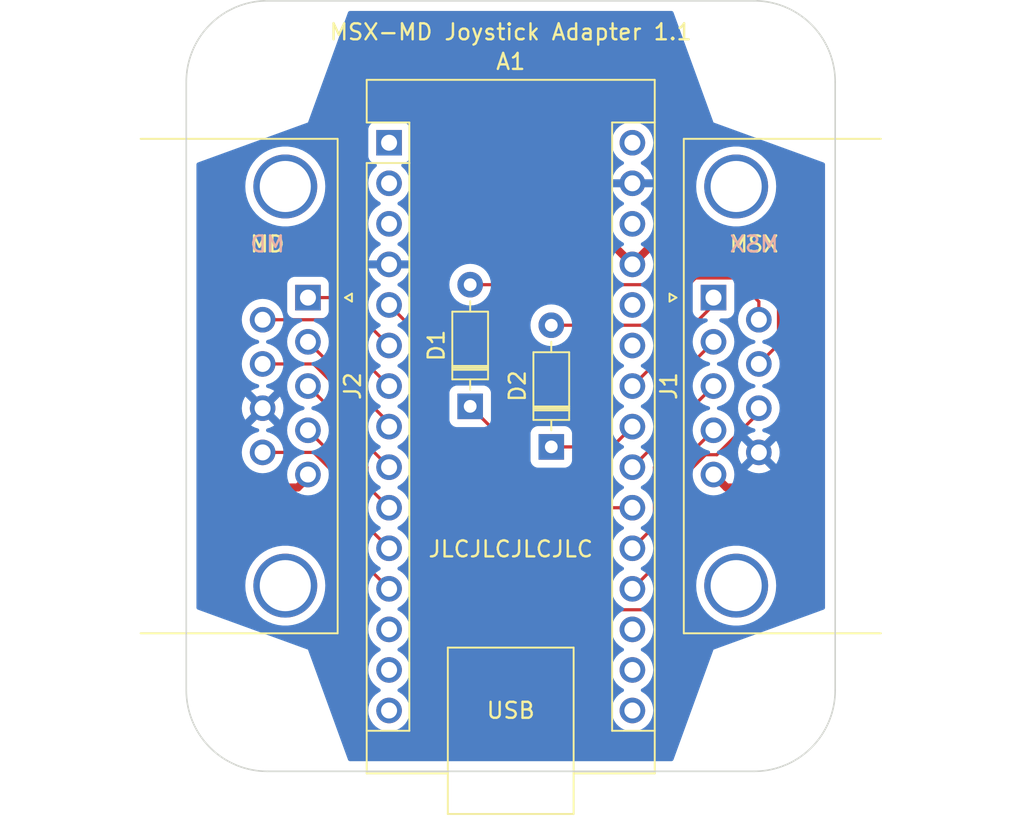
<source format=kicad_pcb>
(kicad_pcb (version 20221018) (generator pcbnew)
  (layers (0 "F.Cu" signal) (31 "B.Cu" signal) (34 "B.Paste" user) (35 "F.Paste" user) (36 "B.SilkS" user "B.Silkscreen") (37 "F.SilkS" user "F.Silkscreen") (38 "B.Mask" user) (39 "F.Mask" user) (44 "Edge.Cuts" user))
  (net 0 "")
  (net 4 "GND")
  (net 5 "Net-(A1-D2)")
  (net 6 "Net-(A1-D3)")
  (net 7 "Net-(A1-D4)")
  (net 8 "Net-(A1-D5)")
  (net 9 "Net-(A1-D6)")
  (net 10 "Net-(A1-D7)")
  (net 11 "Net-(A1-D8)")
  (net 12 "Net-(A1-D9)")
  (net 19 "Net-(A1-A0)")
  (net 20 "Net-(A1-A1)")
  (net 21 "Net-(A1-A2)")
  (net 22 "Net-(A1-A3)")
  (net 23 "Net-(A1-A4)")
  (net 24 "Net-(A1-A5)")
  (net 27 "+5V")
  (net 30 "Net-(D1-A)")
  (net 31 "Net-(D2-A)")
  (footprint "Connector_Dsub:DSUB-9_Male_Horizontal_P2.77x2.84mm_EdgePinOffset7.70mm_Housed_MountingHolesOffset9.12mm" (layer "F.Cu") (at 114.3 70.66 -90)
    (fp_text reference "J2" (at 5.54 -2.8 90) (layer "F.SilkS"))
    (fp_text value "DE9_Plug_MountingHoles")
    (fp_line (start -9.945 -1.86) (end 21.025 -1.86) (stroke (width 0.12)) (layer "F.SilkS"))
    (fp_line (start -9.945 10.48) (end -9.945 -1.86) (stroke (width 0.12)) (layer "F.SilkS"))
    (fp_line (start -0.25 -2.754338) (end 0.25 -2.754338) (stroke (width 0.12)) (layer "F.SilkS"))
    (fp_line (start 0 -2.321325) (end -0.25 -2.754338) (stroke (width 0.12)) (layer "F.SilkS"))
    (fp_line (start 0.25 -2.754338) (end 0 -2.321325) (stroke (width 0.12)) (layer "F.SilkS"))
    (fp_line (start 21.025 -1.86) (end 21.025 10.48) (stroke (width 0.12)) (layer "F.SilkS"))
    (pad "0" thru_hole circle (at -6.96 1.42 270) (size 4 4) (drill 3.2) (layers "*.Cu" "*.Mask"))
    (pad "0" thru_hole circle (at 18.04 1.42 270) (size 4 4) (drill 3.2) (layers "*.Cu" "*.Mask"))
    (pad "1" thru_hole rect (at 0 0 270) (size 1.6 1.6) (drill 1) (layers "*.Cu" "*.Mask") (net 6 "Net-(A1-D3)"))
    (pad "2" thru_hole circle (at 2.77 0 270) (size 1.6 1.6) (drill 1) (layers "*.Cu" "*.Mask") (net 8 "Net-(A1-D5)"))
    (pad "3" thru_hole circle (at 5.54 0 270) (size 1.6 1.6) (drill 1) (layers "*.Cu" "*.Mask") (net 10 "Net-(A1-D7)"))
    (pad "4" thru_hole circle (at 8.31 0 270) (size 1.6 1.6) (drill 1) (layers "*.Cu" "*.Mask") (net 11 "Net-(A1-D8)"))
    (pad "5" thru_hole circle (at 11.08 0 270) (size 1.6 1.6) (drill 1) (layers "*.Cu" "*.Mask") (net 27 "+5V"))
    (pad "6" thru_hole circle (at 1.385 2.84 270) (size 1.6 1.6) (drill 1) (layers "*.Cu" "*.Mask") (net 7 "Net-(A1-D4)"))
    (pad "7" thru_hole circle (at 4.155 2.84 270) (size 1.6 1.6) (drill 1) (layers "*.Cu" "*.Mask") (net 9 "Net-(A1-D6)"))
    (pad "8" thru_hole circle (at 6.925 2.84 270) (size 1.6 1.6) (drill 1) (layers "*.Cu" "*.Mask") (net 4 "GND"))
    (pad "9" thru_hole circle (at 9.695 2.84 270) (size 1.6 1.6) (drill 1) (layers "*.Cu" "*.Mask") (net 12 "Net-(A1-D9)"))
  )
  (footprint "MountingHole:MountingHole_3.2mm_M3" (layer "F.Cu") (at 143.51 55.88)
    (fp_text reference "H2" hide)
    (fp_text value "MountingHole")
    (pad "" np_thru_hole circle (at 0 0) (size 3.2 3.2) (drill 3.2) (layers "*.Cu" "*.Mask"))
  )
  (footprint "Module:Arduino_Nano" (layer "F.Cu") (at 119.38 60.96)
    (fp_text reference "A1" (at 7.62 -5.08) (layer "F.SilkS"))
    (fp_text value "Arduino_Nano_v3.x")
    (fp_text user "USB" (at 7.62 35.56 unlocked) (layer "F.SilkS"))
    (fp_line (start -1.4 -3.94) (end -1.4 -1.27) (stroke (width 0.12)) (layer "F.SilkS"))
    (fp_line (start -1.4 1.27) (end -1.4 39.5) (stroke (width 0.12)) (layer "F.SilkS"))
    (fp_line (start -1.4 39.5) (end 3.68 39.5) (stroke (width 0.12)) (layer "F.SilkS"))
    (fp_line (start 1.27 -1.27) (end -1.4 -1.27) (stroke (width 0.12)) (layer "F.SilkS"))
    (fp_line (start 1.27 1.27) (end -1.4 1.27) (stroke (width 0.12)) (layer "F.SilkS"))
    (fp_line (start 1.27 1.27) (end 1.27 -1.27) (stroke (width 0.12)) (layer "F.SilkS"))
    (fp_line (start 1.27 1.27) (end 1.27 36.83) (stroke (width 0.12)) (layer "F.SilkS"))
    (fp_line (start 1.27 36.83) (end -1.4 36.83) (stroke (width 0.12)) (layer "F.SilkS"))
    (fp_line (start 3.68 31.62) (end 11.56 31.62) (stroke (width 0.12)) (layer "F.SilkS"))
    (fp_line (start 3.68 42.04) (end 3.68 31.62) (stroke (width 0.12)) (layer "F.SilkS"))
    (fp_line (start 11.56 31.62) (end 11.56 42.04) (stroke (width 0.12)) (layer "F.SilkS"))
    (fp_line (start 11.56 42.04) (end 3.68 42.04) (stroke (width 0.12)) (layer "F.SilkS"))
    (fp_line (start 13.97 -1.27) (end 13.97 36.83) (stroke (width 0.12)) (layer "F.SilkS"))
    (fp_line (start 13.97 -1.27) (end 16.64 -1.27) (stroke (width 0.12)) (layer "F.SilkS"))
    (fp_line (start 13.97 36.83) (end 16.64 36.83) (stroke (width 0.12)) (layer "F.SilkS"))
    (fp_line (start 16.64 -3.94) (end -1.4 -3.94) (stroke (width 0.12)) (layer "F.SilkS"))
    (fp_line (start 16.64 39.5) (end 11.56 39.5) (stroke (width 0.12)) (layer "F.SilkS"))
    (fp_line (start 16.64 39.5) (end 16.64 -3.94) (stroke (width 0.12)) (layer "F.SilkS"))
    (pad "1" thru_hole rect (at 0 0) (size 1.6 1.6) (drill 1) (layers "*.Cu" "*.Mask"))
    (pad "2" thru_hole oval (at 0 2.54) (size 1.6 1.6) (drill 1) (layers "*.Cu" "*.Mask"))
    (pad "3" thru_hole oval (at 0 5.08) (size 1.6 1.6) (drill 1) (layers "*.Cu" "*.Mask"))
    (pad "4" thru_hole oval (at 0 7.62) (size 1.6 1.6) (drill 1) (layers "*.Cu" "*.Mask") (net 4 "GND"))
    (pad "5" thru_hole oval (at 0 10.16) (size 1.6 1.6) (drill 1) (layers "*.Cu" "*.Mask") (net 5 "Net-(A1-D2)"))
    (pad "6" thru_hole oval (at 0 12.7) (size 1.6 1.6) (drill 1) (layers "*.Cu" "*.Mask") (net 6 "Net-(A1-D3)"))
    (pad "7" thru_hole oval (at 0 15.24) (size 1.6 1.6) (drill 1) (layers "*.Cu" "*.Mask") (net 7 "Net-(A1-D4)"))
    (pad "8" thru_hole oval (at 0 17.78) (size 1.6 1.6) (drill 1) (layers "*.Cu" "*.Mask") (net 8 "Net-(A1-D5)"))
    (pad "9" thru_hole oval (at 0 20.32) (size 1.6 1.6) (drill 1) (layers "*.Cu" "*.Mask") (net 9 "Net-(A1-D6)"))
    (pad "10" thru_hole oval (at 0 22.86) (size 1.6 1.6) (drill 1) (layers "*.Cu" "*.Mask") (net 10 "Net-(A1-D7)"))
    (pad "11" thru_hole oval (at 0 25.4) (size 1.6 1.6) (drill 1) (layers "*.Cu" "*.Mask") (net 11 "Net-(A1-D8)"))
    (pad "12" thru_hole oval (at 0 27.94) (size 1.6 1.6) (drill 1) (layers "*.Cu" "*.Mask") (net 12 "Net-(A1-D9)"))
    (pad "13" thru_hole oval (at 0 30.48) (size 1.6 1.6) (drill 1) (layers "*.Cu" "*.Mask"))
    (pad "14" thru_hole oval (at 0 33.02) (size 1.6 1.6) (drill 1) (layers "*.Cu" "*.Mask"))
    (pad "15" thru_hole oval (at 0 35.56) (size 1.6 1.6) (drill 1) (layers "*.Cu" "*.Mask"))
    (pad "16" thru_hole oval (at 15.24 35.56) (size 1.6 1.6) (drill 1) (layers "*.Cu" "*.Mask"))
    (pad "17" thru_hole oval (at 15.24 33.02) (size 1.6 1.6) (drill 1) (layers "*.Cu" "*.Mask"))
    (pad "18" thru_hole oval (at 15.24 30.48) (size 1.6 1.6) (drill 1) (layers "*.Cu" "*.Mask"))
    (pad "19" thru_hole oval (at 15.24 27.94) (size 1.6 1.6) (drill 1) (layers "*.Cu" "*.Mask") (net 19 "Net-(A1-A0)"))
    (pad "20" thru_hole oval (at 15.24 25.4) (size 1.6 1.6) (drill 1) (layers "*.Cu" "*.Mask") (net 20 "Net-(A1-A1)"))
    (pad "21" thru_hole oval (at 15.24 22.86) (size 1.6 1.6) (drill 1) (layers "*.Cu" "*.Mask") (net 21 "Net-(A1-A2)"))
    (pad "22" thru_hole oval (at 15.24 20.32) (size 1.6 1.6) (drill 1) (layers "*.Cu" "*.Mask") (net 22 "Net-(A1-A3)"))
    (pad "23" thru_hole oval (at 15.24 17.78) (size 1.6 1.6) (drill 1) (layers "*.Cu" "*.Mask") (net 23 "Net-(A1-A4)"))
    (pad "24" thru_hole oval (at 15.24 15.24) (size 1.6 1.6) (drill 1) (layers "*.Cu" "*.Mask") (net 24 "Net-(A1-A5)"))
    (pad "25" thru_hole oval (at 15.24 12.7) (size 1.6 1.6) (drill 1) (layers "*.Cu" "*.Mask"))
    (pad "26" thru_hole oval (at 15.24 10.16) (size 1.6 1.6) (drill 1) (layers "*.Cu" "*.Mask"))
    (pad "27" thru_hole oval (at 15.24 7.62) (size 1.6 1.6) (drill 1) (layers "*.Cu" "*.Mask") (net 27 "+5V"))
    (pad "28" thru_hole oval (at 15.24 5.08) (size 1.6 1.6) (drill 1) (layers "*.Cu" "*.Mask"))
    (pad "29" thru_hole oval (at 15.24 2.54) (size 1.6 1.6) (drill 1) (layers "*.Cu" "*.Mask") (net 4 "GND"))
    (pad "30" thru_hole oval (at 15.24 0) (size 1.6 1.6) (drill 1) (layers "*.Cu" "*.Mask"))
  )
  (footprint "Diode_THT:D_DO-35_SOD27_P7.62mm_Horizontal" (layer "F.Cu") (at 124.46 77.47 90)
    (fp_text reference "D1" (at 3.81 -2.12 90) (layer "F.SilkS"))
    (fp_text value "BAT85")
    (fp_line (start 1.04 0) (end 1.69 0) (stroke (width 0.12)) (layer "F.SilkS"))
    (fp_line (start 1.69 -1.12) (end 1.69 1.12) (stroke (width 0.12)) (layer "F.SilkS"))
    (fp_line (start 1.69 1.12) (end 5.93 1.12) (stroke (width 0.12)) (layer "F.SilkS"))
    (fp_line (start 2.29 -1.12) (end 2.29 1.12) (stroke (width 0.12)) (layer "F.SilkS"))
    (fp_line (start 2.41 -1.12) (end 2.41 1.12) (stroke (width 0.12)) (layer "F.SilkS"))
    (fp_line (start 2.53 -1.12) (end 2.53 1.12) (stroke (width 0.12)) (layer "F.SilkS"))
    (fp_line (start 5.93 -1.12) (end 1.69 -1.12) (stroke (width 0.12)) (layer "F.SilkS"))
    (fp_line (start 5.93 1.12) (end 5.93 -1.12) (stroke (width 0.12)) (layer "F.SilkS"))
    (fp_line (start 6.58 0) (end 5.93 0) (stroke (width 0.12)) (layer "F.SilkS"))
    (pad "1" thru_hole rect (at 0 0 90) (size 1.6 1.6) (drill 0.8) (layers "*.Cu" "*.Mask") (net 21 "Net-(A1-A2)"))
    (pad "2" thru_hole oval (at 7.62 0 90) (size 1.6 1.6) (drill 0.8) (layers "*.Cu" "*.Mask") (net 30 "Net-(D1-A)"))
  )
  (footprint "MountingHole:MountingHole_3.2mm_M3" (layer "F.Cu") (at 143.51 96.52)
    (fp_text reference "H4" hide)
    (fp_text value "MountingHole")
    (pad "" np_thru_hole circle (at 0 0) (size 3.2 3.2) (drill 3.2) (layers "*.Cu" "*.Mask"))
  )
  (footprint "Connector_Dsub:DSUB-9_Female_Horizontal_P2.77x2.84mm_EdgePinOffset7.70mm_Housed_MountingHolesOffset9.12mm" (layer "F.Cu") (at 139.7 70.66 90)
    (fp_text reference "J1" (at -5.54 -2.8 90) (layer "F.SilkS"))
    (fp_text value "DE9_Receptacle_MountingHoles")
    (fp_line (start -21.025 -1.86) (end 9.945 -1.86) (stroke (width 0.12)) (layer "F.SilkS"))
    (fp_line (start -21.025 10.48) (end -21.025 -1.86) (stroke (width 0.12)) (layer "F.SilkS"))
    (fp_line (start -0.25 -2.754338) (end 0.25 -2.754338) (stroke (width 0.12)) (layer "F.SilkS"))
    (fp_line (start 0 -2.321325) (end -0.25 -2.754338) (stroke (width 0.12)) (layer "F.SilkS"))
    (fp_line (start 0.25 -2.754338) (end 0 -2.321325) (stroke (width 0.12)) (layer "F.SilkS"))
    (fp_line (start 9.945 -1.86) (end 9.945 10.48) (stroke (width 0.12)) (layer "F.SilkS"))
    (pad "0" thru_hole circle (at -18.04 1.42 90) (size 4 4) (drill 3.2) (layers "*.Cu" "*.Mask"))
    (pad "0" thru_hole circle (at 6.96 1.42 90) (size 4 4) (drill 3.2) (layers "*.Cu" "*.Mask"))
    (pad "1" thru_hole rect (at 0 0 90) (size 1.6 1.6) (drill 1) (layers "*.Cu" "*.Mask") (net 24 "Net-(A1-A5)"))
    (pad "2" thru_hole circle (at -2.77 0 90) (size 1.6 1.6) (drill 1) (layers "*.Cu" "*.Mask") (net 22 "Net-(A1-A3)"))
    (pad "3" thru_hole circle (at -5.54 0 90) (size 1.6 1.6) (drill 1) (layers "*.Cu" "*.Mask") (net 20 "Net-(A1-A1)"))
    (pad "4" thru_hole circle (at -8.31 0 90) (size 1.6 1.6) (drill 1) (layers "*.Cu" "*.Mask") (net 19 "Net-(A1-A0)"))
    (pad "5" thru_hole circle (at -11.08 0 90) (size 1.6 1.6) (drill 1) (layers "*.Cu" "*.Mask") (net 27 "+5V"))
    (pad "6" thru_hole circle (at -1.385 2.84 90) (size 1.6 1.6) (drill 1) (layers "*.Cu" "*.Mask") (net 31 "Net-(D2-A)"))
    (pad "7" thru_hole circle (at -4.155 2.84 90) (size 1.6 1.6) (drill 1) (layers "*.Cu" "*.Mask") (net 30 "Net-(D1-A)"))
    (pad "8" thru_hole circle (at -6.925 2.84 90) (size 1.6 1.6) (drill 1) (layers "*.Cu" "*.Mask") (net 5 "Net-(A1-D2)"))
    (pad "9" thru_hole circle (at -9.695 2.84 90) (size 1.6 1.6) (drill 1) (layers "*.Cu" "*.Mask") (net 4 "GND"))
  )
  (footprint "MountingHole:MountingHole_3.2mm_M3" (layer "F.Cu") (at 110.49 55.88)
    (fp_text reference "H1" hide)
    (fp_text value "MountingHole")
    (pad "" np_thru_hole circle (at 0 0) (size 3.2 3.2) (drill 3.2) (layers "*.Cu" "*.Mask"))
  )
  (footprint "MountingHole:MountingHole_3.2mm_M3" (layer "F.Cu") (at 110.49 96.52)
    (fp_text reference "H3" hide)
    (fp_text value "MountingHole")
    (pad "" np_thru_hole circle (at 0 0) (size 3.2 3.2) (drill 3.2) (layers "*.Cu" "*.Mask"))
  )
  (footprint "Diode_THT:D_DO-35_SOD27_P7.62mm_Horizontal" (layer "F.Cu") (at 129.54 80.01 90)
    (fp_text reference "D2" (at 3.81 -2.12 90) (layer "F.SilkS"))
    (fp_text value "BAT85")
    (fp_line (start 1.04 0) (end 1.69 0) (stroke (width 0.12)) (layer "F.SilkS"))
    (fp_line (start 1.69 -1.12) (end 1.69 1.12) (stroke (width 0.12)) (layer "F.SilkS"))
    (fp_line (start 1.69 1.12) (end 5.93 1.12) (stroke (width 0.12)) (layer "F.SilkS"))
    (fp_line (start 2.29 -1.12) (end 2.29 1.12) (stroke (width 0.12)) (layer "F.SilkS"))
    (fp_line (start 2.41 -1.12) (end 2.41 1.12) (stroke (width 0.12)) (layer "F.SilkS"))
    (fp_line (start 2.53 -1.12) (end 2.53 1.12) (stroke (width 0.12)) (layer "F.SilkS"))
    (fp_line (start 5.93 -1.12) (end 1.69 -1.12) (stroke (width 0.12)) (layer "F.SilkS"))
    (fp_line (start 5.93 1.12) (end 5.93 -1.12) (stroke (width 0.12)) (layer "F.SilkS"))
    (fp_line (start 6.58 0) (end 5.93 0) (stroke (width 0.12)) (layer "F.SilkS"))
    (pad "1" thru_hole rect (at 0 0 90) (size 1.6 1.6) (drill 0.8) (layers "*.Cu" "*.Mask") (net 23 "Net-(A1-A4)"))
    (pad "2" thru_hole oval (at 7.62 0 90) (size 1.6 1.6) (drill 0.8) (layers "*.Cu" "*.Mask") (net 31 "Net-(D2-A)"))
  )
  (gr_line (start 142.24 100.33) (end 111.76 100.33) (stroke (width 0.1)) (layer "Edge.Cuts"))
  (gr_line (start 111.76 52.07) (end 142.24 52.07) (stroke (width 0.1)) (layer "Edge.Cuts"))
  (gr_line (start 147.32 57.15) (end 147.32 95.25) (stroke (width 0.1)) (layer "Edge.Cuts"))
  (gr_arc (start 106.68 57.15) (mid 108.167898 53.557898) (end 111.76 52.07) (stroke (width 0.1)) (layer "Edge.Cuts"))
  (gr_line (start 106.68 95.25) (end 106.68 57.15) (stroke (width 0.1)) (layer "Edge.Cuts"))
  (gr_arc (start 142.24 52.07) (mid 145.832102 53.557898) (end 147.32 57.15) (stroke (width 0.1)) (layer "Edge.Cuts"))
  (gr_arc (start 111.76 100.33) (mid 108.167898 98.842102) (end 106.68 95.25) (stroke (width 0.1)) (layer "Edge.Cuts"))
  (gr_arc (start 147.32 95.25) (mid 145.832102 98.842102) (end 142.24 100.33) (stroke (width 0.1)) (layer "Edge.Cuts"))
  (gr_text "MD\n" (at 111.76 67.31) (layer "B.SilkS") (effects (font (size 1 1)) (justify mirror)))
  (gr_text "MSX" (at 142.24 67.31) (layer "B.SilkS") (effects (font (size 1 1)) (justify mirror)))
  (gr_text "MD\n" (at 111.76 67.31) (layer "F.SilkS") (effects (font (size 1 1))))
  (gr_text "MSX" (at 142.24 67.31) (layer "F.SilkS") (effects (font (size 1 1))))
  (gr_text "JLCJLCJLCJLC" (at 127 86.995) (layer "F.SilkS") (effects (font (size 1 1)) (justify bottom)))
  (gr_text "MSX-MD Joystick Adapter 1.1" (at 127 54.61) (layer "F.SilkS") (effects (font (size 1 1)) (justify bottom)))
  (segment (start 142.54 77.585) (end 142.54 77.869483) (width 0.2) (layer "F.Cu") (net 5))
  (segment (start 142.54 77.869483) (end 139.909483 80.5) (width 0.2) (layer "F.Cu") (net 5))
  (segment (start 135.29 90.21) (end 137.75 87.75) (width 0.2) (layer "F.Cu") (net 5))
  (segment (start 137.75 87.75) (end 137.75 81.950517) (width 0.2) (layer "F.Cu") (net 5))
  (segment (start 121 80.28) (end 130.93 90.21) (width 0.2) (layer "F.Cu") (net 5))
  (segment (start 139.909483 80.5) (end 139.200516 80.5) (width 0.2) (layer "F.Cu") (net 5))
  (segment (start 130.93 90.21) (end 135.29 90.21) (width 0.2) (layer "F.Cu") (net 5))
  (segment (start 139.200516 80.5) (end 137.75 81.950517) (width 0.2) (layer "F.Cu") (net 5))
  (segment (start 121 72.74) (end 121 80.28) (width 0.2) (layer "F.Cu") (net 5))
  (segment (start 119.38 71.12) (end 121 72.74) (width 0.2) (layer "F.Cu") (net 5))
  (segment (start 114.3 70.66) (end 116.38 70.66) (width 0.2) (layer "F.Cu") (net 6))
  (segment (start 116.38 70.66) (end 119.38 73.66) (width 0.2) (layer "F.Cu") (net 6))
  (segment (start 115.225 72.045) (end 119.38 76.2) (width 0.2) (layer "F.Cu") (net 7))
  (segment (start 111.46 72.045) (end 115.225 72.045) (width 0.2) (layer "F.Cu") (net 7))
  (segment (start 114.3 73.43) (end 119.38 78.51) (width 0.2) (layer "F.Cu") (net 8))
  (segment (start 119.38 78.51) (end 119.38 78.74) (width 0.2) (layer "F.Cu") (net 8))
  (segment (start 114.654483 74.815) (end 111.46 74.815) (width 0.2) (layer "F.Cu") (net 9))
  (segment (start 117.392241 79.292241) (end 117.392241 77.552759) (width 0.2) (layer "F.Cu") (net 9))
  (segment (start 117.392241 77.552759) (end 114.654483 74.815) (width 0.2) (layer "F.Cu") (net 9))
  (segment (start 119.38 81.28) (end 117.392241 79.292241) (width 0.2) (layer "F.Cu") (net 9))
  (segment (start 116.465233 78.365233) (end 114.3 76.2) (width 0.2) (layer "F.Cu") (net 10))
  (segment (start 118 82.44) (end 118 81.28) (width 0.2) (layer "F.Cu") (net 10))
  (segment (start 119.38 83.82) (end 118 82.44) (width 0.2) (layer "F.Cu") (net 10))
  (segment (start 118 81.28) (end 116.465233 79.745233) (width 0.2) (layer "F.Cu") (net 10))
  (segment (start 116.465233 79.745233) (end 116.465233 78.365233) (width 0.2) (layer "F.Cu") (net 10))
  (segment (start 117.47 82.14) (end 117.47 84.45) (width 0.2) (layer "F.Cu") (net 11))
  (segment (start 114.3 78.97) (end 117.47 82.14) (width 0.2) (layer "F.Cu") (net 11))
  (segment (start 117.47 84.45) (end 119.38 86.36) (width 0.2) (layer "F.Cu") (net 11))
  (segment (start 116 85.52) (end 119.38 88.9) (width 0.2) (layer "F.Cu") (net 12))
  (segment (start 114.654483 80.355) (end 116 81.700517) (width 0.2) (layer "F.Cu") (net 12))
  (segment (start 116 81.700517) (end 116 85.52) (width 0.2) (layer "F.Cu") (net 12))
  (segment (start 111.46 80.355) (end 114.654483 80.355) (width 0.2) (layer "F.Cu") (net 12))
  (segment (start 136.9575 86.5625) (end 136.9575 81.7125) (width 0.2) (layer "F.Cu") (net 19))
  (segment (start 136.9575 81.7125) (end 139.7 78.97) (width 0.2) (layer "F.Cu") (net 19))
  (segment (start 134.62 88.9) (end 136.9575 86.5625) (width 0.2) (layer "F.Cu") (net 19))
  (segment (start 136 81.28) (end 136 84.98) (width 0.2) (layer "F.Cu") (net 20))
  (segment (start 139.7 76.2) (end 137.795 78.105) (width 0.2) (layer "F.Cu") (net 20))
  (segment (start 136 84.98) (end 134.62 86.36) (width 0.2) (layer "F.Cu") (net 20))
  (segment (start 137.795 79.485) (end 136 81.28) (width 0.2) (layer "F.Cu") (net 20))
  (segment (start 137.795 78.105) (end 137.795 79.485) (width 0.2) (layer "F.Cu") (net 20))
  (segment (start 124.46 77.47) (end 130.81 83.82) (width 0.2) (layer "F.Cu") (net 21))
  (segment (start 130.81 83.82) (end 134.62 83.82) (width 0.2) (layer "F.Cu") (net 21))
  (segment (start 137.16 78.74) (end 137.16 75.97) (width 0.2) (layer "F.Cu") (net 22))
  (segment (start 134.62 81.28) (end 137.16 78.74) (width 0.2) (layer "F.Cu") (net 22))
  (segment (start 137.16 75.97) (end 139.7 73.43) (width 0.2) (layer "F.Cu") (net 22))
  (segment (start 129.54 80.01) (end 133.35 80.01) (width 0.2) (layer "F.Cu") (net 23))
  (segment (start 133.35 80.01) (end 134.62 78.74) (width 0.2) (layer "F.Cu") (net 23))
  (segment (start 134.62 76.2) (end 139.7 71.12) (width 0.2) (layer "F.Cu") (net 24))
  (segment (start 139.7 71.12) (end 139.7 70.66) (width 0.2) (layer "F.Cu") (net 24))
  (segment (start 116.228308 65.358384) (end 116.816692 64.77) (width 0.5) (layer "F.Cu") (net 27))
  (segment (start 116.228308 65.381692) (end 116.228308 65.358384) (width 0.5) (layer "F.Cu") (net 27))
  (segment (start 135.89 67.31) (end 141.580832 67.31) (width 0.5) (layer "F.Cu") (net 27))
  (segment (start 116.816692 58.683308) (end 117.5 58) (width 0.5) (layer "F.Cu") (net 27))
  (segment (start 144.78 81.28) (end 143.51 82.55) (width 0.5) (layer "F.Cu") (net 27))
  (segment (start 111.125 68.58) (end 113.03 68.58) (width 0.5) (layer "F.Cu") (net 27))
  (segment (start 140.51 82.55) (end 139.7 81.74) (width 0.5) (layer "F.Cu") (net 27))
  (segment (start 141.580832 67.31) (end 144.78 70.509168) (width 0.5) (layer "F.Cu") (net 27))
  (segment (start 116.816692 64.77) (end 116.816692 58.683308) (width 0.5) (layer "F.Cu") (net 27))
  (segment (start 109.22 81.28) (end 109.22 70.485) (width 0.5) (layer "F.Cu") (net 27))
  (segment (start 114.3 81.915) (end 113.665 82.55) (width 0.5) (layer "F.Cu") (net 27))
  (segment (start 113.665 82.55) (end 110.49 82.55) (width 0.5) (layer "F.Cu") (net 27))
  (segment (start 114.3 81.74) (end 114.3 81.915) (width 0.5) (layer "F.Cu") (net 27))
  (segment (start 144.78 70.509168) (end 144.78 81.28) (width 0.5) (layer "F.Cu") (net 27))
  (segment (start 109.22 70.485) (end 111.125 68.58) (width 0.5) (layer "F.Cu") (net 27))
  (segment (start 113.03 68.58) (end 116.228308 65.381692) (width 0.5) (layer "F.Cu") (net 27))
  (segment (start 124.04 58) (end 134.62 68.58) (width 0.5) (layer "F.Cu") (net 27))
  (segment (start 110.49 82.55) (end 109.22 81.28) (width 0.5) (layer "F.Cu") (net 27))
  (segment (start 134.62 68.58) (end 135.89 67.31) (width 0.5) (layer "F.Cu") (net 27))
  (segment (start 117.5 58) (end 124.04 58) (width 0.5) (layer "F.Cu") (net 27))
  (segment (start 143.51 82.55) (end 140.51 82.55) (width 0.5) (layer "F.Cu") (net 27))
  (segment (start 135.65 69.85) (end 136.92 68.58) (width 0.2) (layer "F.Cu") (net 30))
  (segment (start 124.46 69.85) (end 135.65 69.85) (width 0.2) (layer "F.Cu") (net 30))
  (segment (start 141.23 68.58) (end 143.77 71.12) (width 0.2) (layer "F.Cu") (net 30))
  (segment (start 143.77 73.585) (end 142.54 74.815) (width 0.2) (layer "F.Cu") (net 30))
  (segment (start 136.92 68.58) (end 141.23 68.58) (width 0.2) (layer "F.Cu") (net 30))
  (segment (start 143.77 71.12) (end 143.77 73.585) (width 0.2) (layer "F.Cu") (net 30))
  (segment (start 138.57 69.43) (end 135.61 72.39) (width 0.2) (layer "F.Cu") (net 31))
  (segment (start 135.61 72.39) (end 129.54 72.39) (width 0.2) (layer "F.Cu") (net 31))
  (segment (start 142.54 72.045) (end 142.54 70.91363) (width 0.2) (layer "F.Cu") (net 31))
  (segment (start 142.54 70.91363) (end 141.05637 69.43) (width 0.2) (layer "F.Cu") (net 31))
  (segment (start 141.05637 69.43) (end 138.57 69.43) (width 0.2) (layer "F.Cu") (net 31))
  (zone (net 4) (net_name "GND") (layer "B.Cu") (connect_pads (clearance 0.5)) (min_thickness 0.25) (fill yes (thermal_gap 0.5) (thermal_bridge_width 0.5))
    (polygon (pts (xy 116.84 52.705) (xy 137.16 52.705) (xy 139.7 59.69) (xy 146.685 62.23) (xy 146.685 90.17) (xy 139.7 92.71) (xy 137.16 99.695) (xy 116.84 99.695) (xy 114.3 92.71) (xy 107.315 90.17) (xy 107.315 62.23) (xy 114.3 59.69)))
  )
)
</source>
